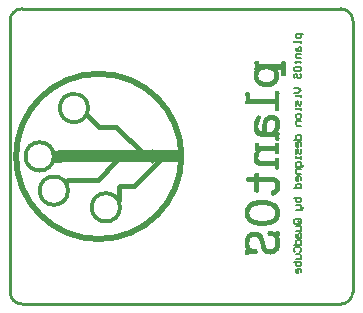
<source format=gbo>
G04 Layer_Color=32896*
%FSLAX25Y25*%
%MOIN*%
G70*
G01*
G75*
%ADD16C,0.00965*%
%ADD17C,0.01000*%
%ADD26C,0.00512*%
%ADD38C,0.01181*%
%ADD39C,0.01969*%
%ADD40C,0.01575*%
%ADD41C,0.03937*%
G36*
X339249Y285816D02*
X339336Y285805D01*
X339435Y285772D01*
X339544Y285739D01*
X339653Y285685D01*
X339763Y285619D01*
X339774Y285608D01*
X339795Y285586D01*
X339828Y285554D01*
X339861Y285499D01*
X339894Y285422D01*
X339927Y285335D01*
X339938Y285226D01*
X339927Y285094D01*
Y285084D01*
Y285051D01*
Y285007D01*
X339916Y284941D01*
Y284854D01*
Y284756D01*
X339905Y284646D01*
Y284515D01*
Y284373D01*
X339894Y284209D01*
Y284045D01*
Y283870D01*
X339883Y283477D01*
Y283062D01*
Y283051D01*
Y283007D01*
Y282952D01*
Y282876D01*
Y282777D01*
Y282679D01*
Y282559D01*
Y282428D01*
X339894Y282154D01*
X339905Y281881D01*
X339916Y281619D01*
Y281509D01*
X339927Y281400D01*
Y281378D01*
Y281334D01*
Y281258D01*
X339905Y281160D01*
X339883Y281050D01*
X339839Y280952D01*
X339774Y280843D01*
X339686Y280755D01*
X339675Y280744D01*
X339643Y280722D01*
X339588Y280701D01*
X339522Y280668D01*
X339435Y280646D01*
X339336Y280613D01*
X339216Y280602D01*
X339041D01*
X338976Y280613D01*
X338888Y280635D01*
X338801Y280668D01*
X338703Y280712D01*
X338604Y280766D01*
X338506Y280843D01*
X338495Y280854D01*
X338473Y280886D01*
X338429Y280930D01*
X338396Y280996D01*
X338353Y281072D01*
X338331Y281171D01*
X338320Y281280D01*
X338331Y281400D01*
Y281411D01*
Y281433D01*
X338342Y281466D01*
Y281520D01*
X338353Y281641D01*
X338364Y281804D01*
X338375Y281979D01*
X338386Y282154D01*
Y282329D01*
X338375Y282482D01*
Y282504D01*
X338364Y282548D01*
Y282613D01*
X338353Y282690D01*
X338331Y282766D01*
X338309Y282832D01*
X338276Y282876D01*
X338243Y282897D01*
X336954D01*
X336965Y282887D01*
X337008Y282865D01*
X337074Y282821D01*
X337161Y282745D01*
X337249Y282646D01*
X337347Y282515D01*
X337435Y282340D01*
X337478Y282231D01*
X337522Y282121D01*
Y282111D01*
X337533Y282089D01*
X337544Y282056D01*
X337555Y282012D01*
X337577Y281947D01*
X337598Y281881D01*
X337631Y281717D01*
X337675Y281520D01*
X337719Y281291D01*
X337741Y281061D01*
X337752Y280810D01*
Y280788D01*
Y280733D01*
X337741Y280635D01*
X337730Y280515D01*
X337708Y280362D01*
X337675Y280187D01*
X337631Y279990D01*
X337577Y279772D01*
X337500Y279553D01*
X337413Y279312D01*
X337303Y279072D01*
X337161Y278832D01*
X337008Y278602D01*
X336823Y278362D01*
X336604Y278143D01*
X336364Y277935D01*
X336352Y277924D01*
X336309Y277892D01*
X336254Y277848D01*
X336167Y277793D01*
X336057Y277717D01*
X335915Y277640D01*
X335762Y277553D01*
X335587Y277465D01*
X335391Y277389D01*
X335172Y277301D01*
X334932Y277225D01*
X334680Y277148D01*
X334407Y277094D01*
X334112Y277050D01*
X333806Y277017D01*
X333478Y277006D01*
X333401D01*
X333303Y277017D01*
X333183D01*
X333030Y277039D01*
X332844Y277050D01*
X332647Y277083D01*
X332440Y277127D01*
X332210Y277170D01*
X331980Y277236D01*
X331740Y277312D01*
X331500Y277400D01*
X331259Y277509D01*
X331019Y277629D01*
X330789Y277771D01*
X330581Y277935D01*
X330571Y277946D01*
X330516Y277990D01*
X330450Y278045D01*
X330363Y278132D01*
X330254Y278241D01*
X330133Y278373D01*
X330002Y278525D01*
X329871Y278700D01*
X329740Y278886D01*
X329620Y279105D01*
X329499Y279345D01*
X329390Y279597D01*
X329303Y279870D01*
X329237Y280165D01*
X329182Y280482D01*
X329171Y280810D01*
Y280821D01*
Y280832D01*
Y280865D01*
Y280908D01*
X329182Y281018D01*
X329193Y281160D01*
X329215Y281334D01*
X329237Y281520D01*
X329281Y281728D01*
X329335Y281947D01*
Y281958D01*
X329346Y281990D01*
X329368Y282045D01*
X329390Y282121D01*
X329423Y282220D01*
X329467Y282340D01*
X329521Y282471D01*
X329587Y282635D01*
Y282646D01*
X329609Y282679D01*
X329620Y282723D01*
X329642Y282777D01*
X329685Y282876D01*
X329696Y282919D01*
X329702Y282930D01*
X329696D01*
X329674Y282919D01*
X329642Y282909D01*
X329598Y282897D01*
X329543Y282887D01*
X329456Y282876D01*
Y282887D01*
Y282909D01*
Y282952D01*
X329467Y283007D01*
Y283083D01*
X329478Y283160D01*
Y283346D01*
X329488Y283553D01*
X329499Y283783D01*
X329510Y284001D01*
Y284198D01*
Y284220D01*
Y284286D01*
Y284373D01*
X329499Y284493D01*
Y284635D01*
X329488Y284788D01*
X329467Y285105D01*
Y285116D01*
Y285160D01*
Y285226D01*
X329478Y285302D01*
X329499Y285390D01*
X329532Y285477D01*
X329587Y285564D01*
X329663Y285630D01*
X329674Y285641D01*
X329718Y285663D01*
X329784Y285696D01*
X329860Y285728D01*
X329959Y285761D01*
X330068Y285794D01*
X330188Y285816D01*
X330308Y285827D01*
X330363D01*
X330429Y285816D01*
X330505Y285805D01*
X330680Y285761D01*
X330767Y285728D01*
X330844Y285685D01*
X330855Y285674D01*
X330888Y285641D01*
X330931Y285597D01*
X330975Y285521D01*
X331030Y285444D01*
X331062Y285346D01*
X331084Y285226D01*
X331073Y285105D01*
Y285094D01*
Y285051D01*
Y284996D01*
Y284930D01*
X331084Y284788D01*
X331095Y284723D01*
X331106Y284668D01*
Y284657D01*
X331128Y284635D01*
X331172Y284613D01*
X331237Y284603D01*
X338189D01*
X338243Y284613D01*
X338309Y284646D01*
X338331Y284679D01*
X338353Y284712D01*
X338364Y284734D01*
Y284767D01*
X338375Y284799D01*
Y284854D01*
Y284920D01*
Y285007D01*
X338364Y285105D01*
Y285116D01*
X338353Y285160D01*
Y285226D01*
X338364Y285313D01*
X338386Y285401D01*
X338429Y285499D01*
X338495Y285597D01*
X338593Y285685D01*
X338604Y285696D01*
X338626Y285707D01*
X338670Y285728D01*
X338735Y285750D01*
X338812Y285783D01*
X338899Y285805D01*
X339008Y285816D01*
X339129Y285827D01*
X339183D01*
X339249Y285816D01*
D02*
G37*
G36*
X337107Y275695D02*
X337183Y275684D01*
X337369Y275651D01*
X337456Y275618D01*
X337544Y275574D01*
X337555Y275564D01*
X337588Y275531D01*
X337642Y275487D01*
X337697Y275411D01*
X337741Y275323D01*
X337784Y275225D01*
X337817Y275104D01*
Y274973D01*
Y274962D01*
Y274940D01*
X337806Y274897D01*
Y274842D01*
X337795Y274766D01*
Y274678D01*
X337784Y274569D01*
X337773Y274427D01*
Y274285D01*
X337762Y274110D01*
Y273913D01*
X337752Y273705D01*
Y273465D01*
X337741Y273203D01*
Y272918D01*
Y272612D01*
Y272590D01*
Y272536D01*
Y272448D01*
Y272328D01*
Y272186D01*
Y272022D01*
X337752Y271836D01*
Y271629D01*
Y271421D01*
X337762Y271192D01*
X337773Y270732D01*
X337795Y270284D01*
X337806Y270066D01*
X337817Y269869D01*
Y269847D01*
Y269803D01*
Y269727D01*
X337795Y269639D01*
X337773Y269530D01*
X337730Y269421D01*
X337653Y269311D01*
X337566Y269213D01*
X337555Y269202D01*
X337522Y269180D01*
X337478Y269159D01*
X337413Y269126D01*
X337336Y269093D01*
X337238Y269060D01*
X337128Y269049D01*
X336997Y269038D01*
X336943D01*
X336877Y269049D01*
X336801Y269060D01*
X336713Y269082D01*
X336626Y269115D01*
X336538Y269159D01*
X336451Y269213D01*
X336440Y269224D01*
X336407Y269257D01*
X336364Y269311D01*
X336320Y269388D01*
X336276Y269486D01*
X336243Y269596D01*
X336221Y269716D01*
X336232Y269858D01*
Y269869D01*
Y269891D01*
X336243Y269935D01*
Y269989D01*
X336254Y270055D01*
Y270131D01*
X336276Y270306D01*
X336287Y270492D01*
X336298Y270678D01*
X336309Y270864D01*
Y270940D01*
Y271006D01*
Y271028D01*
Y271071D01*
X336298Y271137D01*
X336287Y271213D01*
X336276Y271301D01*
X336254Y271366D01*
X336232Y271410D01*
X336199Y271432D01*
X326406D01*
Y271443D01*
Y271487D01*
X326417Y271541D01*
Y271629D01*
X326428Y271727D01*
X326439Y271836D01*
X326450Y271968D01*
Y272110D01*
X326472Y272416D01*
X326494Y272733D01*
X326505Y273060D01*
Y273367D01*
Y273377D01*
Y273399D01*
Y273443D01*
Y273498D01*
Y273563D01*
Y273640D01*
X326494Y273815D01*
X326483Y274011D01*
X326472Y274219D01*
X326450Y274438D01*
X326417Y274635D01*
Y274645D01*
Y274689D01*
Y274766D01*
X326428Y274842D01*
X326450Y274940D01*
X326483Y275039D01*
X326548Y275137D01*
X326636Y275225D01*
X326647Y275236D01*
X326679Y275247D01*
X326734Y275279D01*
X326800Y275312D01*
X326887Y275345D01*
X326986Y275367D01*
X327095Y275389D01*
X327215Y275400D01*
X327270D01*
X327335Y275389D01*
X327423Y275378D01*
X327510Y275356D01*
X327608Y275323D01*
X327707Y275279D01*
X327805Y275225D01*
X327816Y275214D01*
X327849Y275181D01*
X327893Y275137D01*
X327936Y275061D01*
X327980Y274984D01*
X328013Y274875D01*
X328035Y274766D01*
X328024Y274635D01*
Y274623D01*
Y274602D01*
X328013Y274569D01*
Y274525D01*
X327991Y274416D01*
X327980Y274263D01*
X327969Y274099D01*
X327958Y273924D01*
X327947Y273760D01*
X327958Y273596D01*
Y273574D01*
Y273520D01*
X327969Y273454D01*
X327980Y273367D01*
X328002Y273279D01*
X328024Y273214D01*
X328057Y273159D01*
X328089Y273137D01*
X336199D01*
X336210Y273148D01*
X336221Y273170D01*
X336243Y273214D01*
X336254Y273301D01*
X336265Y273345D01*
X336276Y273410D01*
X336287Y273487D01*
X336298Y273574D01*
Y273673D01*
X336309Y273793D01*
Y273804D01*
Y273815D01*
Y273848D01*
Y273891D01*
Y274001D01*
X336298Y274153D01*
Y274328D01*
X336276Y274525D01*
X336265Y274744D01*
X336232Y274973D01*
Y274984D01*
X336221Y275028D01*
Y275104D01*
X336232Y275181D01*
X336254Y275279D01*
X336287Y275378D01*
X336352Y275476D01*
X336440Y275564D01*
X336451Y275574D01*
X336473Y275585D01*
X336527Y275607D01*
X336582Y275629D01*
X336669Y275662D01*
X336757Y275684D01*
X336866Y275695D01*
X336986Y275706D01*
X337041D01*
X337107Y275695D01*
D02*
G37*
G36*
X335369Y267814D02*
X335489Y267803D01*
X335620Y267781D01*
X335762Y267759D01*
X335926Y267727D01*
X336090Y267694D01*
X336265Y267639D01*
X336440Y267574D01*
X336626Y267497D01*
X336801Y267410D01*
X336965Y267311D01*
X337128Y267191D01*
X337282Y267060D01*
X337293Y267049D01*
X337314Y267027D01*
X337358Y266972D01*
X337402Y266907D01*
X337467Y266830D01*
X337533Y266732D01*
X337598Y266612D01*
X337675Y266481D01*
X337752Y266328D01*
X337817Y266153D01*
X337883Y265967D01*
X337948Y265759D01*
X337992Y265541D01*
X338036Y265311D01*
X338058Y265060D01*
X338069Y264787D01*
Y264776D01*
Y264743D01*
Y264699D01*
Y264633D01*
X338058Y264546D01*
Y264459D01*
X338047Y264349D01*
X338036Y264229D01*
X338014Y263978D01*
X337981Y263693D01*
X337926Y263398D01*
X337850Y263114D01*
Y263103D01*
X337839Y263092D01*
X337817Y263016D01*
X337784Y262928D01*
X337741Y262808D01*
X337675Y262688D01*
X337610Y262579D01*
X337522Y262502D01*
X337478Y262469D01*
X337424Y262448D01*
X337445D01*
X337249Y262163D01*
X337347Y262174D01*
X337358D01*
X337391Y262163D01*
X337424Y262141D01*
X337478Y262130D01*
X337577Y262076D01*
X337631Y262054D01*
X337664Y262021D01*
X337675Y262010D01*
X337686Y261988D01*
X337719Y261956D01*
X337741Y261912D01*
X337773Y261846D01*
X337806Y261770D01*
X337817Y261671D01*
X337828Y261573D01*
Y261562D01*
Y261540D01*
Y261519D01*
X337817Y261475D01*
Y261365D01*
X337806Y261223D01*
Y261070D01*
X337795Y260906D01*
X337784Y260753D01*
Y260611D01*
Y260600D01*
Y260589D01*
Y260524D01*
Y260436D01*
Y260316D01*
X337795Y260185D01*
X337806Y260054D01*
X337817Y259934D01*
X337828Y259813D01*
Y259802D01*
Y259759D01*
X337817Y259704D01*
X337806Y259628D01*
X337773Y259551D01*
X337741Y259464D01*
X337675Y259376D01*
X337588Y259300D01*
X337577Y259289D01*
X337544Y259278D01*
X337500Y259256D01*
X337435Y259234D01*
X337347Y259212D01*
X337260Y259190D01*
X337150Y259169D01*
X336976D01*
X336921Y259179D01*
X336844D01*
X336669Y259223D01*
X336582Y259245D01*
X336495Y259289D01*
X336484Y259300D01*
X336451Y259321D01*
X336396Y259365D01*
X336342Y259431D01*
X336298Y259507D01*
X336254Y259595D01*
X336221Y259693D01*
Y259802D01*
Y259824D01*
X336232Y259868D01*
X336243Y259945D01*
X336265Y260032D01*
X336276Y260130D01*
X336287Y260218D01*
Y260294D01*
Y260349D01*
Y260360D01*
X336276Y260371D01*
X336243Y260425D01*
X336221Y260458D01*
X336178Y260480D01*
X336123Y260491D01*
X336057Y260502D01*
X331948D01*
X331871Y260513D01*
X331762Y260524D01*
X331642Y260535D01*
X331500Y260567D01*
X331336Y260600D01*
X331161Y260655D01*
X330986Y260721D01*
X330800Y260797D01*
X330603Y260895D01*
X330417Y261016D01*
X330232Y261158D01*
X330057Y261311D01*
X329882Y261497D01*
X329729Y261715D01*
X329718Y261726D01*
X329707Y261759D01*
X329674Y261803D01*
X329642Y261868D01*
X329598Y261956D01*
X329554Y262054D01*
X329499Y262163D01*
X329445Y262295D01*
X329401Y262448D01*
X329346Y262600D01*
X329303Y262775D01*
X329259Y262950D01*
X329226Y263147D01*
X329193Y263355D01*
X329182Y263573D01*
X329171Y263792D01*
Y263803D01*
Y263836D01*
Y263890D01*
Y263956D01*
X329182Y264043D01*
Y264153D01*
X329193Y264262D01*
X329204Y264393D01*
X329226Y264677D01*
X329270Y264983D01*
X329335Y265311D01*
X329412Y265628D01*
Y265639D01*
X329423Y265672D01*
X329434Y265716D01*
X329456Y265781D01*
X329488Y265858D01*
X329521Y265956D01*
X329565Y266054D01*
X329609Y266175D01*
X329718Y266415D01*
X329849Y266688D01*
X330002Y266951D01*
X330188Y267213D01*
X330199Y267224D01*
X330232Y267268D01*
X330286Y267322D01*
X330352Y267377D01*
X330439Y267442D01*
X330538Y267508D01*
X330658Y267552D01*
X330789Y267574D01*
X330909D01*
X330986Y267563D01*
X331084Y267541D01*
X331205Y267508D01*
X331314Y267464D01*
X331445Y267399D01*
X331456Y267388D01*
X331478Y267377D01*
X331522Y267344D01*
X331565Y267300D01*
X331620Y267246D01*
X331663Y267180D01*
X331707Y267093D01*
X331740Y267005D01*
Y266984D01*
Y266940D01*
Y266863D01*
X331729Y266776D01*
X331707Y266656D01*
X331653Y266535D01*
X331576Y266393D01*
X331467Y266251D01*
X331456Y266229D01*
X331412Y266164D01*
X331358Y266065D01*
X331292Y265923D01*
X331205Y265759D01*
X331117Y265552D01*
X331030Y265311D01*
X330942Y265049D01*
Y265038D01*
X330931Y265027D01*
Y264994D01*
X330920Y264950D01*
X330888Y264841D01*
X330855Y264688D01*
X330833Y264502D01*
X330800Y264295D01*
X330789Y264054D01*
X330778Y263792D01*
Y263781D01*
Y263759D01*
Y263726D01*
X330789Y263672D01*
X330800Y263606D01*
X330811Y263541D01*
X330844Y263366D01*
X330909Y263169D01*
X331008Y262950D01*
X331073Y262841D01*
X331150Y262732D01*
X331237Y262622D01*
X331336Y262513D01*
X331358Y262502D01*
X331401Y262469D01*
X331489Y262415D01*
X331598Y262360D01*
X331718Y262305D01*
X331860Y262251D01*
X332024Y262218D01*
X332188Y262207D01*
Y262218D01*
X332177Y262251D01*
X332166Y262305D01*
X332144Y262393D01*
X332134Y262513D01*
X332112Y262655D01*
X332101Y262841D01*
X332090Y263071D01*
Y263081D01*
Y263103D01*
Y263136D01*
X332079Y263180D01*
Y263289D01*
X332068Y263431D01*
X332057Y263595D01*
Y263748D01*
X332046Y263912D01*
Y264043D01*
Y264065D01*
Y264120D01*
X332057Y264207D01*
Y264328D01*
X332079Y264470D01*
X332090Y264644D01*
X332123Y264830D01*
X332155Y265038D01*
X332210Y265246D01*
X332265Y265475D01*
X332341Y265705D01*
X332429Y265934D01*
X332538Y266175D01*
X332658Y266393D01*
X332800Y266612D01*
X332964Y266820D01*
X332975Y266830D01*
X332997Y266863D01*
X333041Y266907D01*
X333095Y266972D01*
X333172Y267049D01*
X333259Y267137D01*
X333369Y267224D01*
X333500Y267322D01*
X333642Y267421D01*
X333795Y267508D01*
X333981Y267596D01*
X334177Y267672D01*
X334396Y267727D01*
X334626Y267781D01*
X334877Y267814D01*
X335150Y267825D01*
X335281D01*
X335369Y267814D01*
D02*
G37*
G36*
X337096Y258545D02*
X337172D01*
X337358Y258513D01*
X337445Y258491D01*
X337533Y258458D01*
X337544Y258447D01*
X337577Y258425D01*
X337620Y258382D01*
X337675Y258327D01*
X337730Y258261D01*
X337762Y258174D01*
X337795Y258075D01*
Y257966D01*
Y257955D01*
Y257923D01*
Y257879D01*
X337784Y257824D01*
Y257748D01*
Y257660D01*
X337773Y257453D01*
Y257223D01*
X337762Y256982D01*
Y256731D01*
Y256491D01*
Y256480D01*
Y256458D01*
Y256425D01*
Y256381D01*
Y256261D01*
Y256108D01*
X337773Y255922D01*
Y255715D01*
X337784Y255485D01*
X337795Y255256D01*
Y255245D01*
Y255201D01*
Y255146D01*
X337784Y255070D01*
X337762Y254993D01*
X337719Y254906D01*
X337653Y254829D01*
X337566Y254764D01*
X337555Y254753D01*
X337522Y254742D01*
X337478Y254720D01*
X337413Y254687D01*
X337325Y254654D01*
X337227Y254633D01*
X337118Y254622D01*
X336997Y254611D01*
X336943D01*
X336877Y254622D01*
X336790Y254633D01*
X336604Y254676D01*
X336506Y254709D01*
X336418Y254764D01*
X336407Y254775D01*
X336374Y254797D01*
X336331Y254840D01*
X336287Y254895D01*
X336243Y254960D01*
X336210Y255059D01*
X336199Y255157D01*
X336210Y255277D01*
Y255288D01*
X336221Y255310D01*
X336232Y255354D01*
X336243Y255409D01*
X336265Y255507D01*
Y255562D01*
Y255605D01*
Y255616D01*
X336243Y255649D01*
X336210Y255682D01*
X336167Y255693D01*
X331642D01*
X331620Y255682D01*
X331576Y255638D01*
X331510Y255562D01*
X331423Y255474D01*
X331325Y255365D01*
X331226Y255245D01*
X331139Y255103D01*
X331051Y254949D01*
Y254939D01*
X331041Y254917D01*
X331030Y254884D01*
X331008Y254840D01*
X330986Y254786D01*
X330964Y254709D01*
X330909Y254545D01*
X330866Y254348D01*
X330822Y254119D01*
X330789Y253878D01*
X330778Y253616D01*
Y253605D01*
Y253594D01*
Y253561D01*
Y253518D01*
X330789Y253408D01*
X330811Y253277D01*
X330833Y253146D01*
X330877Y252993D01*
X330931Y252862D01*
X331008Y252753D01*
X331019Y252742D01*
X331051Y252709D01*
X331117Y252665D01*
X331205Y252610D01*
X331314Y252556D01*
X331456Y252512D01*
X331631Y252479D01*
X331838Y252468D01*
X336199D01*
X336221Y252490D01*
X336232Y252512D01*
Y252523D01*
Y252567D01*
Y252610D01*
Y252654D01*
X336221Y252720D01*
X336210Y252796D01*
Y252807D01*
X336199Y252851D01*
Y252917D01*
X336210Y253004D01*
X336232Y253091D01*
X336265Y253190D01*
X336331Y253277D01*
X336418Y253365D01*
X336429Y253376D01*
X336462Y253386D01*
X336506Y253419D01*
X336571Y253441D01*
X336659Y253474D01*
X336757Y253507D01*
X336877Y253518D01*
X337008Y253529D01*
X337063D01*
X337128Y253518D01*
X337216Y253507D01*
X337303Y253485D01*
X337402Y253452D01*
X337489Y253408D01*
X337577Y253354D01*
X337588Y253343D01*
X337620Y253310D01*
X337664Y253266D01*
X337708Y253201D01*
X337752Y253124D01*
X337784Y253026D01*
X337806Y252917D01*
X337795Y252796D01*
Y252785D01*
Y252753D01*
Y252698D01*
X337784Y252632D01*
Y252556D01*
Y252457D01*
X337773Y252239D01*
Y252009D01*
X337762Y251758D01*
Y251539D01*
Y251430D01*
Y251343D01*
Y251332D01*
Y251321D01*
Y251255D01*
Y251157D01*
Y251026D01*
X337773Y250851D01*
Y250665D01*
X337784Y250435D01*
X337795Y250195D01*
Y250184D01*
Y250140D01*
Y250075D01*
X337784Y249998D01*
X337773Y249922D01*
X337730Y249834D01*
X337675Y249747D01*
X337588Y249670D01*
X337577Y249659D01*
X337544Y249638D01*
X337489Y249616D01*
X337424Y249583D01*
X337336Y249550D01*
X337227Y249517D01*
X337118Y249506D01*
X336997Y249496D01*
X336943D01*
X336877Y249506D01*
X336790Y249517D01*
X336691Y249539D01*
X336593Y249572D01*
X336495Y249616D01*
X336396Y249670D01*
X336385Y249681D01*
X336352Y249703D01*
X336320Y249747D01*
X336276Y249812D01*
X336232Y249889D01*
X336210Y249987D01*
X336199Y250097D01*
X336210Y250228D01*
Y250239D01*
X336221Y250282D01*
X336232Y250348D01*
X336243Y250425D01*
X336265Y250599D01*
Y250676D01*
X336254Y250730D01*
X336243Y250742D01*
X336210Y250752D01*
X336167Y250763D01*
X331368D01*
X331292Y250774D01*
X331194Y250785D01*
X331084Y250807D01*
X330964Y250829D01*
X330833Y250851D01*
X330560Y250938D01*
X330417Y251004D01*
X330275Y251069D01*
X330133Y251157D01*
X330002Y251255D01*
X329882Y251364D01*
X329773Y251496D01*
X329762Y251507D01*
X329751Y251528D01*
X329718Y251572D01*
X329674Y251627D01*
X329631Y251703D01*
X329587Y251791D01*
X329532Y251900D01*
X329467Y252009D01*
X329412Y252140D01*
X329357Y252293D01*
X329314Y252447D01*
X329270Y252610D01*
X329226Y252785D01*
X329193Y252982D01*
X329182Y253179D01*
X329171Y253386D01*
Y253397D01*
Y253419D01*
Y253463D01*
Y253518D01*
X329182Y253594D01*
Y253671D01*
X329204Y253856D01*
X329226Y254075D01*
X329270Y254294D01*
X329325Y254523D01*
X329401Y254731D01*
X329412Y254753D01*
X329434Y254818D01*
X329467Y254906D01*
X329510Y255026D01*
X329576Y255157D01*
X329642Y255310D01*
X329729Y255452D01*
X329827Y255605D01*
X329838Y255649D01*
X329849Y255660D01*
X329882Y255693D01*
X329915Y255704D01*
X329926D01*
Y255715D01*
X329915Y255704D01*
X329740D01*
X329631Y255693D01*
X329488Y255682D01*
Y255693D01*
Y255715D01*
Y255747D01*
X329499Y255802D01*
Y255868D01*
X329510Y255944D01*
Y256119D01*
X329521Y256316D01*
X329532Y256534D01*
X329543Y256764D01*
Y256993D01*
Y257004D01*
Y257015D01*
Y257081D01*
Y257190D01*
X329532Y257310D01*
Y257463D01*
X329521Y257627D01*
X329499Y257966D01*
Y257977D01*
X329488Y258010D01*
Y258065D01*
X329499Y258141D01*
X329521Y258218D01*
X329565Y258294D01*
X329631Y258382D01*
X329718Y258458D01*
X329729D01*
X329751Y258469D01*
X329805Y258491D01*
X329860Y258502D01*
X329947Y258524D01*
X330035Y258545D01*
X330144Y258556D01*
X330319D01*
X330385Y258545D01*
X330450D01*
X330636Y258513D01*
X330811Y258458D01*
X330822Y258447D01*
X330855Y258425D01*
X330909Y258382D01*
X330964Y258327D01*
X331019Y258261D01*
X331062Y258174D01*
X331084Y258075D01*
X331095Y257966D01*
Y257955D01*
X331084Y257923D01*
Y257868D01*
Y257802D01*
X331095Y257649D01*
X331106Y257562D01*
X331128Y257485D01*
X331139Y257474D01*
X331183Y257442D01*
X331226Y257420D01*
X331270Y257409D01*
X331336Y257398D01*
X336178D01*
X336199Y257409D01*
X336221Y257442D01*
X336232Y257507D01*
Y257518D01*
Y257540D01*
Y257573D01*
Y257616D01*
Y257682D01*
Y257769D01*
X336221Y257857D01*
X336210Y257966D01*
Y257977D01*
X336199Y258021D01*
X336210Y258075D01*
Y258141D01*
X336243Y258218D01*
X336287Y258305D01*
X336352Y258382D01*
X336451Y258458D01*
X336462D01*
X336484Y258469D01*
X336527Y258491D01*
X336593Y258502D01*
X336669Y258524D01*
X336757Y258545D01*
X336855Y258556D01*
X337030D01*
X337096Y258545D01*
D02*
G37*
G36*
X330352Y248501D02*
X330429Y248490D01*
X330603Y248446D01*
X330691Y248413D01*
X330767Y248370D01*
X330778Y248359D01*
X330811Y248326D01*
X330855Y248282D01*
X330909Y248217D01*
X330953Y248129D01*
X330997Y248031D01*
X331019Y247911D01*
Y247779D01*
Y247768D01*
X331008Y247725D01*
Y247659D01*
Y247583D01*
X331019Y247408D01*
X331041Y247320D01*
X331073Y247255D01*
Y247244D01*
X331095Y247233D01*
X331117Y247211D01*
X331150Y247189D01*
X331205Y247167D01*
X331259Y247146D01*
X331336Y247124D01*
X335598D01*
X335675Y247113D01*
X335773Y247102D01*
X335894Y247080D01*
X336025Y247058D01*
X336167Y247036D01*
X336473Y246949D01*
X336626Y246894D01*
X336779Y246818D01*
X336943Y246741D01*
X337085Y246643D01*
X337238Y246533D01*
X337369Y246402D01*
X337380Y246391D01*
X337402Y246370D01*
X337435Y246326D01*
X337478Y246271D01*
X337533Y246195D01*
X337588Y246096D01*
X337653Y245998D01*
X337719Y245867D01*
X337784Y245736D01*
X337850Y245572D01*
X337905Y245408D01*
X337959Y245222D01*
X338003Y245025D01*
X338036Y244807D01*
X338058Y244577D01*
X338069Y244337D01*
Y244326D01*
Y244282D01*
Y244227D01*
Y244151D01*
X338058Y244052D01*
Y243943D01*
X338047Y243823D01*
X338036Y243692D01*
X338003Y243408D01*
X337948Y243112D01*
X337883Y242828D01*
X337839Y242686D01*
X337784Y242566D01*
X337773Y242555D01*
X337762Y242522D01*
X337730Y242467D01*
X337697Y242402D01*
X337642Y242325D01*
X337577Y242227D01*
X337489Y242118D01*
X337402Y241998D01*
X337293Y241877D01*
X337161Y241746D01*
X337019Y241604D01*
X336866Y241473D01*
X336680Y241342D01*
X336495Y241200D01*
X336276Y241068D01*
X336047Y240948D01*
X336036Y240937D01*
X335981Y240926D01*
X335915Y240904D01*
X335828Y240894D01*
X335730Y240883D01*
X335631D01*
X335522Y240894D01*
X335413Y240937D01*
X335402Y240948D01*
X335358Y240970D01*
X335303Y241003D01*
X335238Y241057D01*
X335172Y241134D01*
X335096Y241221D01*
X335019Y241320D01*
X334964Y241440D01*
X334953Y241451D01*
X334943Y241495D01*
X334921Y241560D01*
X334899Y241648D01*
X334877Y241746D01*
X334866Y241855D01*
Y241976D01*
X334877Y242096D01*
Y242107D01*
X334888Y242150D01*
X334899Y242205D01*
X334932Y242282D01*
X334975Y242358D01*
X335041Y242424D01*
X335117Y242489D01*
X335227Y242544D01*
X335238D01*
X335249Y242555D01*
X335281Y242566D01*
X335325Y242588D01*
X335445Y242642D01*
X335587Y242730D01*
X335740Y242828D01*
X335915Y242948D01*
X336079Y243080D01*
X336232Y243244D01*
X336243Y243254D01*
X336265Y243309D01*
X336309Y243386D01*
X336342Y243495D01*
X336385Y243637D01*
X336429Y243801D01*
X336451Y243998D01*
X336462Y244227D01*
Y244238D01*
Y244260D01*
Y244293D01*
Y244337D01*
X336451Y244457D01*
X336429Y244599D01*
X336385Y244752D01*
X336342Y244905D01*
X336265Y245047D01*
X336167Y245167D01*
X336156Y245178D01*
X336112Y245211D01*
X336047Y245244D01*
X335948Y245287D01*
X335817Y245342D01*
X335653Y245375D01*
X335467Y245408D01*
X335238Y245419D01*
X331270D01*
X331205Y245408D01*
X331095D01*
X331062Y245397D01*
X331051Y245386D01*
X331041Y245364D01*
X331030Y245309D01*
Y245266D01*
Y245211D01*
Y245189D01*
X331019Y245134D01*
X331008Y245036D01*
X330997Y244905D01*
Y244730D01*
X330986Y244533D01*
X330975Y244304D01*
Y244041D01*
Y244030D01*
Y244009D01*
Y243965D01*
Y243910D01*
Y243845D01*
Y243768D01*
X330986Y243582D01*
Y243375D01*
X330997Y243134D01*
X331008Y242883D01*
X331030Y242631D01*
Y242610D01*
Y242566D01*
X331019Y242500D01*
X330997Y242413D01*
X330964Y242314D01*
X330909Y242216D01*
X330844Y242118D01*
X330745Y242030D01*
X330734Y242019D01*
X330702Y242008D01*
X330658Y241976D01*
X330592Y241943D01*
X330516Y241921D01*
X330429Y241888D01*
X330319Y241877D01*
X330210Y241866D01*
X330155D01*
X330090Y241877D01*
X330013Y241888D01*
X329915Y241921D01*
X329827Y241954D01*
X329729Y242008D01*
X329631Y242074D01*
X329620Y242085D01*
X329598Y242107D01*
X329554Y242150D01*
X329521Y242216D01*
X329478Y242293D01*
X329456Y242391D01*
X329434Y242511D01*
Y242642D01*
Y242653D01*
Y242664D01*
Y242697D01*
Y242741D01*
X329445Y242795D01*
Y242861D01*
Y243025D01*
X329456Y243211D01*
Y243429D01*
X329467Y243670D01*
Y243921D01*
Y243932D01*
Y243943D01*
Y243976D01*
Y244030D01*
Y244085D01*
Y244151D01*
Y244304D01*
X329456Y244500D01*
Y244719D01*
X329445Y244959D01*
X329434Y245222D01*
Y245233D01*
Y245244D01*
X329423Y245309D01*
X329390Y245375D01*
X329357Y245397D01*
X329314Y245419D01*
X329270D01*
X329215Y245429D01*
X329073D01*
X328997Y245440D01*
X328723D01*
X328603Y245429D01*
X328330D01*
X327401Y245386D01*
X327270D01*
X327182Y245408D01*
X327095Y245440D01*
X326986Y245495D01*
X326887Y245583D01*
X326800Y245703D01*
X326789Y245714D01*
X326778Y245736D01*
X326756Y245779D01*
X326723Y245845D01*
X326701Y245932D01*
X326679Y246020D01*
X326669Y246140D01*
X326658Y246271D01*
Y246282D01*
Y246337D01*
X326669Y246402D01*
X326679Y246501D01*
X326712Y246599D01*
X326745Y246719D01*
X326800Y246839D01*
X326865Y246960D01*
X326876Y246971D01*
X326898Y246992D01*
X326942Y247025D01*
X326996Y247069D01*
X327073Y247102D01*
X327160Y247124D01*
X327270Y247135D01*
X327401Y247124D01*
X327455D01*
X327532Y247113D01*
X327980D01*
X328122Y247102D01*
X328417Y247113D01*
X328701Y247124D01*
X328822Y247135D01*
X328931Y247146D01*
X329029Y247167D01*
X329106Y247189D01*
X329117Y247200D01*
X329161Y247222D01*
X329215Y247255D01*
X329281Y247309D01*
X329335Y247397D01*
X329390Y247495D01*
X329423Y247626D01*
X329434Y247790D01*
Y247801D01*
Y247845D01*
Y247921D01*
X329456Y247998D01*
X329488Y248096D01*
X329532Y248195D01*
X329609Y248293D01*
X329707Y248381D01*
X329718D01*
X329740Y248403D01*
X329784Y248424D01*
X329849Y248446D01*
X329926Y248468D01*
X330013Y248490D01*
X330112Y248501D01*
X330232Y248512D01*
X330286D01*
X330352Y248501D01*
D02*
G37*
G36*
X332385Y239505D02*
X332461D01*
X332560Y239494D01*
X332778Y239484D01*
X333041Y239451D01*
X333325Y239418D01*
X333631Y239374D01*
X333959Y239309D01*
X334298Y239232D01*
X334647Y239145D01*
X334997Y239024D01*
X335358Y238893D01*
X335697Y238740D01*
X336036Y238565D01*
X336352Y238358D01*
X336374Y238347D01*
X336429Y238314D01*
X336506Y238248D01*
X336615Y238161D01*
X336746Y238052D01*
X336899Y237921D01*
X337052Y237757D01*
X337205Y237571D01*
X337369Y237352D01*
X337522Y237123D01*
X337675Y236849D01*
X337795Y236565D01*
X337905Y236248D01*
X337992Y235898D01*
X338047Y235527D01*
X338069Y235133D01*
Y235122D01*
Y235112D01*
Y235079D01*
Y235035D01*
X338058Y234926D01*
X338047Y234773D01*
X338014Y234598D01*
X337981Y234390D01*
X337926Y234150D01*
X337850Y233909D01*
X337762Y233647D01*
X337653Y233374D01*
X337511Y233111D01*
X337347Y232838D01*
X337150Y232576D01*
X336921Y232324D01*
X336659Y232084D01*
X336352Y231876D01*
X336331Y231865D01*
X336276Y231822D01*
X336178Y231767D01*
X336057Y231701D01*
X335894Y231614D01*
X335697Y231516D01*
X335467Y231406D01*
X335205Y231297D01*
X334910Y231199D01*
X334593Y231089D01*
X334243Y230991D01*
X333871Y230904D01*
X333467Y230838D01*
X333052Y230772D01*
X332604Y230740D01*
X332134Y230729D01*
X331959D01*
X331882Y230740D01*
X331795D01*
X331707Y230750D01*
X331478Y230761D01*
X331226Y230794D01*
X330942Y230827D01*
X330625Y230871D01*
X330297Y230936D01*
X329959Y231013D01*
X329609Y231100D01*
X329248Y231210D01*
X328887Y231341D01*
X328538Y231494D01*
X328199Y231669D01*
X327882Y231876D01*
X327860Y231887D01*
X327805Y231931D01*
X327718Y231986D01*
X327608Y232073D01*
X327477Y232193D01*
X327335Y232335D01*
X327182Y232499D01*
X327018Y232685D01*
X326854Y232904D01*
X326701Y233144D01*
X326559Y233406D01*
X326428Y233702D01*
X326319Y234019D01*
X326231Y234368D01*
X326177Y234740D01*
X326155Y235133D01*
Y235144D01*
Y235155D01*
Y235188D01*
Y235232D01*
X326166Y235341D01*
X326188Y235494D01*
X326209Y235680D01*
X326253Y235888D01*
X326308Y236128D01*
X326373Y236380D01*
X326472Y236642D01*
X326592Y236915D01*
X326734Y237199D01*
X326909Y237473D01*
X327117Y237746D01*
X327357Y238008D01*
X327630Y238259D01*
X327947Y238489D01*
X327969Y238500D01*
X328024Y238533D01*
X328111Y238587D01*
X328232Y238653D01*
X328396Y238729D01*
X328592Y238817D01*
X328811Y238904D01*
X329073Y239003D01*
X329357Y239101D01*
X329674Y239189D01*
X330013Y239276D01*
X330385Y239352D01*
X330789Y239418D01*
X331205Y239473D01*
X331663Y239505D01*
X332134Y239516D01*
X332308D01*
X332385Y239505D01*
D02*
G37*
G36*
X334702Y229089D02*
X334713D01*
X334735Y229078D01*
X334768D01*
X334811Y229067D01*
X334866Y229045D01*
X334943Y229034D01*
X335106Y229002D01*
X335303Y228969D01*
X335533Y228936D01*
X335773Y228914D01*
X336036Y228892D01*
X336473D01*
X336680Y228903D01*
X336888Y228925D01*
X337085Y228947D01*
X337282Y228991D01*
X337293D01*
X337336Y229002D01*
X337391D01*
X337467Y229013D01*
X337555Y229002D01*
X337653Y228980D01*
X337741Y228936D01*
X337839Y228871D01*
X337850Y228860D01*
X337872Y228838D01*
X337905Y228794D01*
X337948Y228729D01*
X337992Y228663D01*
X338036Y228575D01*
X338069Y228466D01*
X338101Y228357D01*
Y228346D01*
X338112Y228302D01*
Y228237D01*
X338123Y228149D01*
Y228062D01*
X338112Y227963D01*
X338090Y227854D01*
X338058Y227756D01*
X338047Y227745D01*
X338036Y227701D01*
X338003Y227657D01*
X337959Y227592D01*
X337894Y227526D01*
X337817Y227471D01*
X337730Y227428D01*
X337620Y227395D01*
X337598D01*
X337566Y227384D01*
X337522D01*
Y227373D01*
X337533Y227362D01*
X337544Y227329D01*
X337555Y227275D01*
X337588Y227209D01*
X337631Y227111D01*
X337686Y227002D01*
X337762Y226859D01*
X337773Y226849D01*
X337784Y226805D01*
X337817Y226728D01*
X337850Y226630D01*
X337883Y226510D01*
X337926Y226357D01*
X337970Y226193D01*
X338003Y226007D01*
Y225996D01*
X338014Y225941D01*
X338025Y225876D01*
X338036Y225766D01*
X338058Y225635D01*
X338069Y225482D01*
X338080Y225296D01*
Y225089D01*
Y225067D01*
Y225012D01*
X338069Y224914D01*
Y224794D01*
X338058Y224641D01*
X338036Y224466D01*
X338003Y224269D01*
X337970Y224061D01*
X337926Y223843D01*
X337872Y223624D01*
X337795Y223395D01*
X337719Y223165D01*
X337620Y222947D01*
X337500Y222739D01*
X337369Y222542D01*
X337216Y222367D01*
X337205Y222356D01*
X337172Y222313D01*
X337118Y222258D01*
X337052Y222192D01*
X336954Y222105D01*
X336844Y222007D01*
X336713Y221908D01*
X336571Y221799D01*
X336396Y221690D01*
X336221Y221591D01*
X336014Y221493D01*
X335795Y221405D01*
X335566Y221340D01*
X335314Y221274D01*
X335052Y221241D01*
X334779Y221231D01*
X334626D01*
X334549Y221241D01*
X334451D01*
X334352Y221252D01*
X334232Y221274D01*
X333981Y221307D01*
X333718Y221362D01*
X333445Y221438D01*
X333183Y221547D01*
X333172D01*
X333161Y221558D01*
X333095Y221591D01*
X332997Y221657D01*
X332877Y221744D01*
X332735Y221853D01*
X332582Y222007D01*
X332429Y222181D01*
X332276Y222400D01*
X332265Y222411D01*
X332232Y222455D01*
X332177Y222531D01*
X332112Y222629D01*
X332046Y222772D01*
X331959Y222947D01*
X331882Y223154D01*
X331795Y223395D01*
Y223406D01*
X331773Y223449D01*
X331751Y223526D01*
X331729Y223635D01*
X331685Y223777D01*
X331642Y223963D01*
X331620Y224072D01*
X331587Y224193D01*
X331565Y224324D01*
X331532Y224466D01*
X331423Y224979D01*
Y224990D01*
X331412Y225023D01*
X331390Y225089D01*
X331379Y225154D01*
X331347Y225253D01*
X331325Y225351D01*
X331248Y225581D01*
X331172Y225832D01*
X331073Y226083D01*
X331030Y226204D01*
X330975Y226313D01*
X330931Y226400D01*
X330877Y226488D01*
X330866Y226499D01*
X330855Y226521D01*
X330822Y226553D01*
X330789Y226586D01*
X330734Y226641D01*
X330669Y226695D01*
X330516Y226816D01*
X330319Y226936D01*
X330079Y227045D01*
X329947Y227078D01*
X329795Y227111D01*
X329642Y227133D01*
X329478Y227144D01*
X329401D01*
X329346Y227133D01*
X329281D01*
X329204Y227122D01*
X329008Y227078D01*
X328800Y227023D01*
X328559Y226936D01*
X328330Y226805D01*
X328210Y226728D01*
X328089Y226641D01*
Y226630D01*
X328079Y226619D01*
X328057Y226586D01*
X328035Y226542D01*
X328013Y226488D01*
X327991Y226422D01*
X327958Y226335D01*
X327925Y226247D01*
X327904Y226138D01*
X327871Y226018D01*
X327849Y225876D01*
X327816Y225723D01*
X327805Y225559D01*
X327783Y225384D01*
X327772Y225187D01*
Y224979D01*
Y224969D01*
Y224936D01*
Y224892D01*
Y224827D01*
X327783Y224750D01*
X327794Y224662D01*
X327816Y224466D01*
X327849Y224247D01*
X327915Y224018D01*
X327991Y223799D01*
X328046Y223701D01*
X328100Y223613D01*
X328111Y223602D01*
X328133Y223591D01*
X328166Y223559D01*
X328210Y223515D01*
X328264Y223471D01*
X328341Y223416D01*
X328428Y223373D01*
X328527Y223318D01*
X328625Y223264D01*
X328745Y223209D01*
X329018Y223132D01*
X329171Y223099D01*
X329325Y223078D01*
X329499D01*
X329674Y223089D01*
X329740D01*
X329816Y223078D01*
X329915Y223067D01*
X330024Y223034D01*
X330133Y222990D01*
X330243Y222925D01*
X330341Y222826D01*
X330352Y222815D01*
X330374Y222782D01*
X330407Y222728D01*
X330439Y222662D01*
X330472Y222564D01*
X330505Y222466D01*
X330527Y222334D01*
X330538Y222203D01*
Y222192D01*
Y222138D01*
X330527Y222072D01*
X330516Y221996D01*
X330483Y221897D01*
X330450Y221799D01*
X330396Y221701D01*
X330330Y221602D01*
X330319Y221591D01*
X330286Y221558D01*
X330232Y221526D01*
X330155Y221471D01*
X330057Y221438D01*
X329947Y221394D01*
X329805Y221384D01*
X329642D01*
X329609Y221394D01*
X329576D01*
X329467Y221405D01*
X329314Y221416D01*
X329128Y221427D01*
X328920Y221438D01*
X328669Y221427D01*
X328406Y221416D01*
X328374D01*
X328330Y221405D01*
X328264D01*
X328199Y221394D01*
X328122Y221384D01*
X327936Y221351D01*
X327740Y221318D01*
X327532Y221263D01*
X327346Y221209D01*
X327182Y221143D01*
X327160Y221132D01*
X327106Y221121D01*
X327029Y221099D01*
X326931Y221088D01*
X326822D01*
X326712Y221099D01*
X326592Y221132D01*
X326483Y221198D01*
X326472Y221209D01*
X326450Y221231D01*
X326417Y221274D01*
X326373Y221329D01*
X326330Y221405D01*
X326286Y221493D01*
X326242Y221591D01*
X326209Y221701D01*
Y221722D01*
X326199Y221766D01*
X326188Y221843D01*
X326177Y221930D01*
X326166Y222039D01*
X326177Y222149D01*
X326188Y222258D01*
X326209Y222367D01*
Y222389D01*
X326231Y222433D01*
X326253Y222487D01*
X326297Y222564D01*
X326352Y222640D01*
X326417Y222706D01*
X326494Y222761D01*
X326592Y222782D01*
X326658Y222804D01*
X326679D01*
X326690Y222794D01*
X326701Y222761D01*
Y222772D01*
Y222804D01*
X326690Y222848D01*
X326669Y222903D01*
X326636Y222990D01*
X326592Y223110D01*
X326537Y223264D01*
X326526D01*
X326516Y223285D01*
X326483Y223318D01*
X326450Y223362D01*
X326417Y223438D01*
X326373Y223548D01*
X326330Y223690D01*
X326297Y223865D01*
Y223875D01*
X326286Y223897D01*
Y223930D01*
X326275Y223985D01*
X326264Y224040D01*
X326253Y224105D01*
X326231Y224269D01*
X326209Y224455D01*
X326188Y224662D01*
X326166Y224859D01*
Y225056D01*
Y225078D01*
Y225132D01*
X326177Y225231D01*
Y225362D01*
X326199Y225515D01*
X326220Y225690D01*
X326242Y225887D01*
X326286Y226094D01*
X326330Y226324D01*
X326395Y226553D01*
X326472Y226783D01*
X326559Y227023D01*
X326669Y227253D01*
X326800Y227482D01*
X326942Y227701D01*
X327106Y227898D01*
X327117Y227909D01*
X327150Y227941D01*
X327204Y227985D01*
X327270Y228051D01*
X327368Y228127D01*
X327477Y228215D01*
X327608Y228302D01*
X327751Y228390D01*
X327915Y228488D01*
X328100Y228575D01*
X328308Y228663D01*
X328516Y228739D01*
X328756Y228805D01*
X329008Y228849D01*
X329270Y228882D01*
X329554Y228892D01*
X329631D01*
X329718Y228882D01*
X329838Y228871D01*
X329980Y228860D01*
X330144Y228827D01*
X330319Y228794D01*
X330516Y228750D01*
X330724Y228685D01*
X330931Y228608D01*
X331139Y228510D01*
X331347Y228401D01*
X331554Y228269D01*
X331751Y228105D01*
X331937Y227931D01*
X332101Y227723D01*
Y227712D01*
X332123Y227690D01*
X332144Y227646D01*
X332177Y227592D01*
X332221Y227515D01*
X332265Y227417D01*
X332319Y227308D01*
X332385Y227166D01*
X332440Y227023D01*
X332505Y226849D01*
X332582Y226652D01*
X332647Y226444D01*
X332724Y226204D01*
X332789Y225952D01*
X332866Y225668D01*
X332931Y225373D01*
X333008Y225045D01*
Y225034D01*
X333019Y224990D01*
X333041Y224936D01*
X333052Y224848D01*
X333085Y224750D01*
X333117Y224641D01*
X333150Y224510D01*
X333194Y224378D01*
X333281Y224083D01*
X333380Y223777D01*
X333489Y223482D01*
X333554Y223351D01*
X333609Y223220D01*
X333620Y223209D01*
X333664Y223187D01*
X333740Y223143D01*
X333839Y223099D01*
X333981Y223067D01*
X334145Y223023D01*
X334341Y223001D01*
X334571Y222990D01*
X334658D01*
X334724Y223001D01*
X334811Y223012D01*
X334899Y223023D01*
X335117Y223067D01*
X335358Y223132D01*
X335609Y223231D01*
X335730Y223296D01*
X335850Y223373D01*
X335970Y223471D01*
X336079Y223569D01*
X336101Y223591D01*
X336112Y223624D01*
X336145Y223657D01*
X336167Y223712D01*
X336199Y223777D01*
X336243Y223843D01*
X336276Y223930D01*
X336309Y224029D01*
X336352Y224138D01*
X336385Y224269D01*
X336407Y224400D01*
X336440Y224542D01*
X336451Y224706D01*
X336473Y224881D01*
Y225067D01*
Y225078D01*
Y225122D01*
Y225176D01*
X336462Y225264D01*
Y225362D01*
X336451Y225482D01*
X336440Y225603D01*
X336418Y225745D01*
X336374Y226029D01*
X336298Y226324D01*
X336199Y226608D01*
X336134Y226728D01*
X336057Y226849D01*
X336047Y226859D01*
X336036Y226870D01*
X336014Y226903D01*
X335970Y226947D01*
X335926Y226991D01*
X335861Y227045D01*
X335784Y227100D01*
X335697Y227154D01*
X335609Y227209D01*
X335500Y227264D01*
X335369Y227308D01*
X335238Y227351D01*
X335085Y227384D01*
X334921Y227395D01*
X334746Y227406D01*
X334560Y227395D01*
X334494D01*
X334418Y227406D01*
X334331Y227417D01*
X334232Y227450D01*
X334134Y227504D01*
X334024Y227581D01*
X333937Y227679D01*
X333926Y227690D01*
X333904Y227723D01*
X333882Y227778D01*
X333850Y227854D01*
X333817Y227941D01*
X333784Y228051D01*
X333762Y228160D01*
Y228280D01*
Y228302D01*
Y228346D01*
X333773Y228422D01*
X333795Y228521D01*
X333817Y228630D01*
X333860Y228739D01*
X333915Y228838D01*
X333992Y228936D01*
X334003Y228947D01*
X334035Y228969D01*
X334101Y229013D01*
X334177Y229045D01*
X334287Y229078D01*
X334407Y229111D01*
X334549D01*
X334702Y229089D01*
D02*
G37*
%LPC*%
G36*
X333478Y282941D02*
X333369D01*
X333281Y282930D01*
X333183Y282919D01*
X333063Y282909D01*
X332931Y282897D01*
X332778Y282876D01*
X332461Y282810D01*
X332123Y282701D01*
X331948Y282646D01*
X331773Y282570D01*
X331598Y282482D01*
X331434Y282384D01*
X331423Y282373D01*
X331401Y282362D01*
X331368Y282329D01*
X331336Y282285D01*
X331281Y282231D01*
X331226Y282165D01*
X331172Y282078D01*
X331106Y281990D01*
X331041Y281892D01*
X330986Y281772D01*
X330931Y281651D01*
X330877Y281509D01*
X330844Y281367D01*
X330811Y281203D01*
X330789Y281039D01*
X330778Y280854D01*
Y280843D01*
Y280810D01*
Y280755D01*
X330789Y280690D01*
X330800Y280613D01*
X330811Y280515D01*
X330866Y280296D01*
X330942Y280045D01*
X330997Y279925D01*
X331062Y279793D01*
X331139Y279673D01*
X331226Y279553D01*
X331325Y279444D01*
X331445Y279334D01*
X331456Y279323D01*
X331489Y279312D01*
X331532Y279280D01*
X331598Y279247D01*
X331685Y279203D01*
X331784Y279159D01*
X331893Y279105D01*
X332024Y279050D01*
X332166Y278995D01*
X332319Y278941D01*
X332483Y278897D01*
X332669Y278853D01*
X333052Y278788D01*
X333259Y278777D01*
X333478Y278766D01*
X333587D01*
X333664Y278777D01*
X333762D01*
X333882Y278799D01*
X334003Y278810D01*
X334145Y278832D01*
X334440Y278897D01*
X334757Y278995D01*
X334910Y279050D01*
X335063Y279127D01*
X335216Y279203D01*
X335358Y279302D01*
X335369Y279312D01*
X335391Y279323D01*
X335434Y279356D01*
X335478Y279400D01*
X335544Y279466D01*
X335609Y279531D01*
X335675Y279619D01*
X335751Y279706D01*
X335828Y279815D01*
X335894Y279925D01*
X335959Y280056D01*
X336025Y280198D01*
X336068Y280340D01*
X336112Y280504D01*
X336134Y280679D01*
X336145Y280854D01*
Y280865D01*
Y280897D01*
X336134Y280952D01*
Y281018D01*
X336123Y281105D01*
X336101Y281203D01*
X336047Y281422D01*
X336003Y281542D01*
X335948Y281673D01*
X335894Y281804D01*
X335817Y281936D01*
X335719Y282067D01*
X335620Y282198D01*
X335500Y282318D01*
X335358Y282428D01*
X335347D01*
X335325Y282449D01*
X335281Y282471D01*
X335227Y282504D01*
X335150Y282548D01*
X335063Y282592D01*
X334964Y282635D01*
X334855Y282679D01*
X334724Y282734D01*
X334582Y282777D01*
X334429Y282821D01*
X334265Y282865D01*
X334079Y282897D01*
X333893Y282919D01*
X333686Y282930D01*
X333478Y282941D01*
D02*
G37*
G36*
X335150Y266076D02*
X335096D01*
X335052Y266065D01*
X334932Y266043D01*
X334779Y266011D01*
X334593Y265945D01*
X334396Y265858D01*
X334177Y265726D01*
X334068Y265639D01*
X333959Y265552D01*
Y265541D01*
X333948Y265530D01*
X333926Y265497D01*
X333915Y265442D01*
X333882Y265388D01*
X333860Y265311D01*
X333839Y265224D01*
X333806Y265114D01*
X333773Y264994D01*
X333751Y264863D01*
X333718Y264721D01*
X333697Y264546D01*
X333686Y264371D01*
X333664Y264174D01*
X333653Y263956D01*
Y263726D01*
Y263715D01*
Y263683D01*
Y263639D01*
Y263562D01*
X333664Y263464D01*
Y263344D01*
X333675Y263202D01*
X333686Y263038D01*
Y263027D01*
Y263016D01*
X333697Y262950D01*
Y262863D01*
X333707Y262743D01*
X333729Y262612D01*
X333740Y262469D01*
X333751Y262338D01*
X333773Y262207D01*
X335260D01*
X335281Y262229D01*
X335336Y262273D01*
X335434Y262360D01*
X335544Y262469D01*
X335675Y262612D01*
X335806Y262797D01*
X335948Y262994D01*
X336079Y263234D01*
Y263245D01*
X336090Y263267D01*
X336112Y263311D01*
X336134Y263366D01*
X336167Y263431D01*
X336199Y263508D01*
X336232Y263606D01*
X336265Y263704D01*
X336342Y263934D01*
X336396Y264196D01*
X336440Y264480D01*
X336462Y264787D01*
Y264797D01*
Y264808D01*
Y264841D01*
X336451Y264885D01*
X336440Y264994D01*
X336418Y265125D01*
X336374Y265278D01*
X336309Y265431D01*
X336210Y265595D01*
X336090Y265737D01*
X336068Y265748D01*
X336025Y265792D01*
X335948Y265847D01*
X335839Y265901D01*
X335708Y265967D01*
X335544Y266022D01*
X335358Y266065D01*
X335150Y266076D01*
D02*
G37*
G36*
X332112Y237757D02*
X331926D01*
X331784Y237746D01*
X331620Y237735D01*
X331423Y237724D01*
X331215Y237702D01*
X330975Y237680D01*
X330734Y237647D01*
X330483Y237604D01*
X330221Y237549D01*
X329959Y237494D01*
X329707Y237418D01*
X329456Y237341D01*
X329215Y237243D01*
X328997Y237134D01*
X328986Y237123D01*
X328942Y237101D01*
X328887Y237057D01*
X328800Y237002D01*
X328712Y236937D01*
X328603Y236849D01*
X328494Y236751D01*
X328374Y236631D01*
X328264Y236500D01*
X328155Y236347D01*
X328046Y236183D01*
X327958Y236008D01*
X327871Y235811D01*
X327816Y235603D01*
X327772Y235374D01*
X327762Y235133D01*
Y235122D01*
Y235079D01*
X327772Y235002D01*
X327783Y234915D01*
X327794Y234805D01*
X327827Y234685D01*
X327860Y234543D01*
X327904Y234390D01*
X327969Y234237D01*
X328046Y234073D01*
X328133Y233909D01*
X328242Y233745D01*
X328374Y233581D01*
X328527Y233428D01*
X328701Y233275D01*
X328909Y233144D01*
X328920Y233133D01*
X328964Y233111D01*
X329040Y233079D01*
X329128Y233046D01*
X329259Y232991D01*
X329401Y232937D01*
X329576Y232882D01*
X329773Y232816D01*
X329991Y232751D01*
X330232Y232696D01*
X330494Y232641D01*
X330778Y232587D01*
X331084Y232554D01*
X331412Y232521D01*
X331751Y232499D01*
X332112Y232488D01*
X332297D01*
X332440Y232499D01*
X332604Y232510D01*
X332800Y232521D01*
X333019Y232543D01*
X333259Y232565D01*
X333511Y232609D01*
X333784Y232652D01*
X334057Y232696D01*
X334331Y232762D01*
X334604Y232838D01*
X334877Y232926D01*
X335150Y233024D01*
X335402Y233144D01*
X335413Y233155D01*
X335445Y233177D01*
X335500Y233210D01*
X335566Y233275D01*
X335642Y233341D01*
X335740Y233428D01*
X335828Y233527D01*
X335926Y233647D01*
X336036Y233778D01*
X336123Y233931D01*
X336210Y234095D01*
X336298Y234270D01*
X336364Y234467D01*
X336418Y234674D01*
X336451Y234893D01*
X336462Y235133D01*
Y235144D01*
Y235188D01*
X336451Y235265D01*
X336440Y235352D01*
X336429Y235461D01*
X336396Y235593D01*
X336364Y235724D01*
X336309Y235877D01*
X336243Y236041D01*
X336156Y236205D01*
X336057Y236368D01*
X335937Y236532D01*
X335795Y236696D01*
X335631Y236849D01*
X335445Y237002D01*
X335227Y237134D01*
X335216Y237145D01*
X335172Y237156D01*
X335106Y237188D01*
X335019Y237232D01*
X334899Y237276D01*
X334768Y237330D01*
X334604Y237385D01*
X334407Y237440D01*
X334199Y237505D01*
X333970Y237560D01*
X333707Y237615D01*
X333434Y237658D01*
X333128Y237702D01*
X332811Y237735D01*
X332472Y237746D01*
X332112Y237757D01*
D02*
G37*
%LPD*%
D16*
X358268Y204724D02*
G03*
X362205Y208661I0J3937D01*
G01*
X248031D02*
G03*
X251969Y204724I3937J0D01*
G01*
X251969Y303150D02*
G03*
X248031Y299213I0J-3937D01*
G01*
X362205Y299213D02*
G03*
X358268Y303150I-3937J0D01*
G01*
D17*
X295276Y251969D02*
Y255906D01*
X248031Y208661D02*
Y299213D01*
X251969Y303150D02*
X358268D01*
X251969Y204724D02*
X358268D01*
X362205Y208661D02*
Y299213D01*
D26*
X345669Y294882D02*
X343308D01*
Y293701D01*
X343701Y293308D01*
X344488D01*
X344882Y293701D01*
Y294882D01*
Y292520D02*
Y291733D01*
Y292127D01*
X342520D01*
Y292520D01*
X343308Y290159D02*
Y289372D01*
X343701Y288978D01*
X344882D01*
Y290159D01*
X344488Y290553D01*
X344095Y290159D01*
Y288978D01*
X344882Y288191D02*
X343308D01*
Y287010D01*
X343701Y286617D01*
X344882D01*
X342914Y285436D02*
X343308D01*
Y285830D01*
Y285043D01*
Y285436D01*
X344488D01*
X344882Y285043D01*
X342520Y282681D02*
Y283468D01*
X342914Y283862D01*
X344488D01*
X344882Y283468D01*
Y282681D01*
X344488Y282288D01*
X342914D01*
X342520Y282681D01*
X342914Y279926D02*
X342520Y280320D01*
Y281107D01*
X342914Y281500D01*
X343308D01*
X343701Y281107D01*
Y280320D01*
X344095Y279926D01*
X344488D01*
X344882Y280320D01*
Y281107D01*
X344488Y281500D01*
X342520Y276778D02*
X344095D01*
X344882Y275990D01*
X344095Y275203D01*
X342520D01*
X344882Y274416D02*
Y273629D01*
Y274023D01*
X343308D01*
Y274416D01*
X344882Y272448D02*
Y271268D01*
X344488Y270874D01*
X344095Y271268D01*
Y272055D01*
X343701Y272448D01*
X343308Y272055D01*
Y270874D01*
X344882Y270087D02*
Y269300D01*
Y269693D01*
X343308D01*
Y270087D01*
X344882Y267725D02*
Y266938D01*
X344488Y266545D01*
X343701D01*
X343308Y266938D01*
Y267725D01*
X343701Y268119D01*
X344488D01*
X344882Y267725D01*
Y265757D02*
X343308D01*
Y264577D01*
X343701Y264183D01*
X344882D01*
X344488Y231497D02*
X342914D01*
X342520Y231890D01*
Y232677D01*
X342914Y233071D01*
X344488D01*
X344882Y232677D01*
Y231890D01*
X344095Y232284D02*
X344882Y231497D01*
Y231890D02*
X344488Y231497D01*
X343308Y230709D02*
X344488D01*
X344882Y230316D01*
Y229135D01*
X343308D01*
Y227954D02*
Y227167D01*
X343701Y226774D01*
X344882D01*
Y227954D01*
X344488Y228348D01*
X344095Y227954D01*
Y226774D01*
X342520Y224412D02*
X344882D01*
Y225593D01*
X344488Y225987D01*
X343701D01*
X343308Y225593D01*
Y224412D01*
X342914Y222051D02*
X342520Y222444D01*
Y223232D01*
X342914Y223625D01*
X344488D01*
X344882Y223232D01*
Y222444D01*
X344488Y222051D01*
X343308Y221264D02*
X344488D01*
X344882Y220870D01*
Y219689D01*
X343308D01*
X342520Y218902D02*
X344882D01*
Y217722D01*
X344488Y217328D01*
X344095D01*
X343701D01*
X343308Y217722D01*
Y218902D01*
X344882Y215360D02*
Y216147D01*
X344488Y216541D01*
X343701D01*
X343308Y216147D01*
Y215360D01*
X343701Y214967D01*
X344095D01*
Y216541D01*
X342520Y259449D02*
X344882D01*
Y260630D01*
X344488Y261024D01*
X343701D01*
X343308Y260630D01*
Y259449D01*
X344882Y257482D02*
Y258269D01*
X344488Y258662D01*
X343701D01*
X343308Y258269D01*
Y257482D01*
X343701Y257088D01*
X344095D01*
Y258662D01*
X344882Y256301D02*
Y255120D01*
X344488Y254727D01*
X344095Y255120D01*
Y255907D01*
X343701Y256301D01*
X343308Y255907D01*
Y254727D01*
X344882Y253939D02*
Y253152D01*
Y253546D01*
X343308D01*
Y253939D01*
X345669Y251184D02*
Y250791D01*
X345275Y250397D01*
X343308D01*
Y251578D01*
X343701Y251972D01*
X344488D01*
X344882Y251578D01*
Y250397D01*
Y249610D02*
X343308D01*
Y248429D01*
X343701Y248036D01*
X344882D01*
Y246068D02*
Y246855D01*
X344488Y247249D01*
X343701D01*
X343308Y246855D01*
Y246068D01*
X343701Y245674D01*
X344095D01*
Y247249D01*
X342520Y243313D02*
X344882D01*
Y244494D01*
X344488Y244887D01*
X343701D01*
X343308Y244494D01*
Y243313D01*
X342520Y240164D02*
X344882D01*
Y238983D01*
X344488Y238590D01*
X344095D01*
X343701D01*
X343308Y238983D01*
Y240164D01*
Y237803D02*
X344488D01*
X344882Y237409D01*
Y236228D01*
X345275D01*
X345669Y236622D01*
Y237016D01*
X344882Y236228D02*
X343308D01*
D38*
X267323Y242520D02*
G03*
X267323Y242520I-4724J0D01*
G01*
X284646Y236968D02*
G03*
X284646Y236968I-4724J0D01*
G01*
X274016Y270079D02*
G03*
X274016Y270079I-4724J0D01*
G01*
X262598Y253937D02*
G03*
X262598Y253937I-4724J0D01*
G01*
D39*
X305118D02*
G03*
X305118Y253937I-27559J0D01*
G01*
D40*
X283465Y263779D02*
X292520Y254724D01*
X277559Y263779D02*
X283465D01*
X273622Y267717D02*
X277559Y263779D01*
X289370Y244094D02*
X297638Y252362D01*
X285827Y244094D02*
X289370D01*
X284646D02*
X285827D01*
X284252Y243701D02*
X284646Y244094D01*
X284252Y239370D02*
Y243701D01*
X266929Y245669D02*
X267323Y246063D01*
X277165D01*
X283465Y252362D01*
X262992Y255118D02*
X264567D01*
X262992Y252756D02*
X264567D01*
D41*
X264567Y253937D02*
X303937D01*
M02*

</source>
